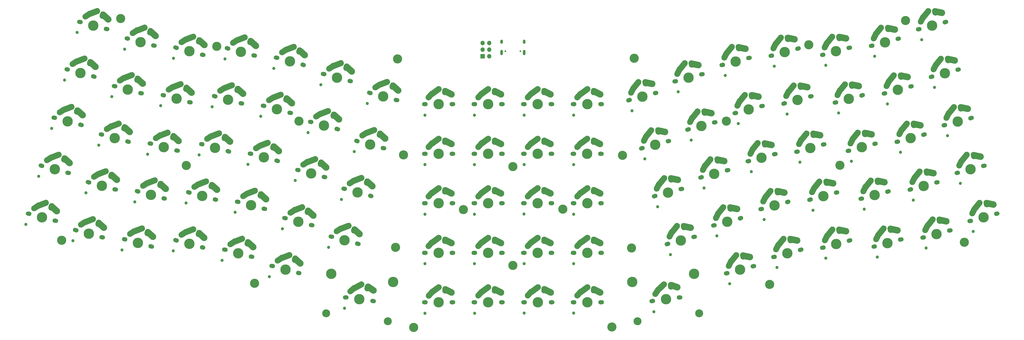
<source format=gbr>
%TF.GenerationSoftware,KiCad,Pcbnew,(5.99.0-12367-g21313a4c1a)*%
%TF.CreationDate,2021-09-16T15:19:45+01:00*%
%TF.ProjectId,superlyra,73757065-726c-4797-9261-2e6b69636164,0.1*%
%TF.SameCoordinates,Original*%
%TF.FileFunction,Soldermask,Bot*%
%TF.FilePolarity,Negative*%
%FSLAX46Y46*%
G04 Gerber Fmt 4.6, Leading zero omitted, Abs format (unit mm)*
G04 Created by KiCad (PCBNEW (5.99.0-12367-g21313a4c1a)) date 2021-09-16 15:19:45*
%MOMM*%
%LPD*%
G01*
G04 APERTURE LIST*
G04 Aperture macros list*
%AMHorizOval*
0 Thick line with rounded ends*
0 $1 width*
0 $2 $3 position (X,Y) of the first rounded end (center of the circle)*
0 $4 $5 position (X,Y) of the second rounded end (center of the circle)*
0 Add line between two ends*
20,1,$1,$2,$3,$4,$5,0*
0 Add two circle primitives to create the rounded ends*
1,1,$1,$2,$3*
1,1,$1,$4,$5*%
G04 Aperture macros list end*
%ADD10R,1.700000X1.700000*%
%ADD11O,1.700000X1.700000*%
%ADD12C,3.987800*%
%ADD13C,1.700000*%
%ADD14C,3.048000*%
%ADD15C,1.750000*%
%ADD16C,1.200000*%
%ADD17HorizOval,2.250000X0.057457X0.284954X-0.057457X-0.284954X0*%
%ADD18C,2.250000*%
%ADD19HorizOval,2.500000X1.030158X-0.708008X-1.030158X0.708008X0*%
%ADD20C,2.000000*%
%ADD21HorizOval,2.300000X1.406107X0.763454X-1.406107X-0.763454X0*%
%ADD22HorizOval,2.250000X0.744677X0.638265X-0.744677X-0.638265X0*%
%ADD23HorizOval,2.500000X1.178302X-0.417259X-1.178302X0.417259X0*%
%ADD24HorizOval,2.250000X-0.018253X0.290115X0.018253X-0.290115X0*%
%ADD25HorizOval,2.300000X1.160599X1.101367X-1.160599X-1.101367X0*%
%ADD26HorizOval,2.250000X0.554107X0.809253X-0.554107X-0.809253X0*%
%ADD27HorizOval,2.500000X0.928931X-0.836413X-0.928931X0.836413X0*%
%ADD28HorizOval,2.250000X0.094159X0.275017X-0.094159X-0.275017X0*%
%ADD29HorizOval,2.300000X1.493729X0.573389X-1.493729X-0.573389X0*%
%ADD30HorizOval,2.250000X0.821616X0.535605X-0.821616X-0.535605X0*%
%ADD31HorizOval,2.500000X1.113758X-0.567488X-1.113758X0.567488X0*%
%ADD32HorizOval,2.250000X0.019771X0.290016X-0.019771X-0.290016X0*%
%ADD33HorizOval,2.250000X0.654995X0.730004X-0.654995X-0.730004X0*%
%ADD34HorizOval,2.300000X1.294427X0.940456X-1.294427X-0.940456X0*%
%ADD35HorizOval,2.500000X1.222685X-0.259890X-1.222685X0.259890X0*%
%ADD36HorizOval,2.250000X-0.055964X0.285251X0.055964X-0.285251X0*%
%ADD37HorizOval,2.300000X1.006913X1.243434X-1.006913X-1.243434X0*%
%ADD38HorizOval,2.250000X0.443738X0.874655X-0.443738X-0.874655X0*%
%ADD39C,0.650000*%
%ADD40O,1.000000X2.100000*%
%ADD41O,1.000000X1.600000*%
%ADD42C,3.500000*%
G04 APERTURE END LIST*
D10*
%TO.C,J2*%
X198374000Y-83312000D03*
D11*
X200914000Y-83312000D03*
X198374000Y-80772000D03*
X200914000Y-80772000D03*
X198374000Y-78232000D03*
X200914000Y-78232000D03*
%TD*%
D12*
%TO.C,SW79*%
X140371625Y-166787401D03*
D13*
X156582947Y-177247894D03*
D14*
X138382406Y-181897021D03*
D12*
X151130000Y-176530000D03*
D15*
X146093460Y-175866927D03*
D16*
X145406448Y-180012722D03*
D14*
X162054143Y-185013464D03*
D15*
X156166540Y-177193073D03*
D13*
X145677053Y-175812106D03*
D12*
X164043362Y-169903844D03*
D17*
X154253437Y-172109860D03*
D18*
X154311343Y-171824997D03*
D19*
X155504171Y-172494419D03*
D20*
X156583224Y-173415140D03*
D19*
X155504171Y-172494419D03*
D21*
X150500784Y-171579519D03*
D22*
X148428809Y-172876160D03*
D21*
X150500784Y-171579519D03*
D18*
X149173493Y-172237905D03*
D20*
X151900105Y-170680475D03*
%TD*%
D16*
%TO.C,SW84*%
X263977868Y-181375415D03*
D12*
X279363375Y-166787401D03*
D14*
X257680857Y-185013464D03*
X281352594Y-181897021D03*
D15*
X273641540Y-175866927D03*
D13*
X263152053Y-177247894D03*
D15*
X263568460Y-177193073D03*
D12*
X255691638Y-169903844D03*
X268605000Y-176530000D03*
D13*
X274057947Y-175812106D03*
D18*
X270460197Y-171161924D03*
D23*
X271785639Y-171499809D03*
D20*
X273066225Y-172109879D03*
D23*
X271785639Y-171499809D03*
D24*
X270477991Y-171452068D03*
D25*
X266715946Y-171911055D03*
X266715946Y-171911055D03*
D26*
X265050166Y-173699782D03*
D18*
X265604283Y-172890536D03*
D20*
X267834895Y-170680475D03*
%TD*%
D15*
%TO.C,SW1*%
X54075933Y-72808264D03*
D16*
X43039857Y-74199316D03*
D15*
X44262127Y-70178662D03*
D13*
X43856438Y-70069958D03*
X54481622Y-72916968D03*
D12*
X49169030Y-71493463D03*
D27*
X53966788Y-68308696D03*
D18*
X52937282Y-67243960D03*
D20*
X54982172Y-69117040D03*
D27*
X53966788Y-68308696D03*
D28*
X52842689Y-67518827D03*
D29*
X49191365Y-66503205D03*
X49191365Y-66503205D03*
D18*
X47789492Y-66982712D03*
D30*
X46967869Y-67518306D03*
D20*
X50696062Y-65794501D03*
%TD*%
D15*
%TO.C,SW2*%
X72233932Y-79163835D03*
D16*
X61197856Y-80554887D03*
D12*
X67327029Y-77849034D03*
D15*
X62420126Y-76534233D03*
D13*
X72639621Y-79272539D03*
X62014437Y-76425529D03*
D27*
X72124787Y-74664267D03*
D20*
X73140171Y-75472611D03*
D27*
X72124787Y-74664267D03*
D28*
X71000688Y-73874398D03*
D18*
X71095281Y-73599531D03*
D29*
X67349364Y-72858776D03*
D18*
X65947491Y-73338283D03*
D29*
X67349364Y-72858776D03*
D30*
X65125868Y-73873877D03*
D20*
X68854061Y-72150072D03*
%TD*%
D16*
%TO.C,SW3*%
X79894380Y-84064145D03*
D12*
X86023553Y-81358292D03*
D15*
X90930456Y-82673093D03*
D13*
X80710961Y-79934787D03*
X91336145Y-82781797D03*
D15*
X81116650Y-80043491D03*
D27*
X90821311Y-78173525D03*
X90821311Y-78173525D03*
D18*
X89791805Y-77108789D03*
D28*
X89697212Y-77383656D03*
D20*
X91836695Y-78981869D03*
D29*
X86045888Y-76368034D03*
D18*
X84644015Y-76847541D03*
D29*
X86045888Y-76368034D03*
D30*
X83822392Y-77383135D03*
D20*
X87550585Y-75659330D03*
%TD*%
D13*
%TO.C,SW4*%
X100422124Y-80203996D03*
D15*
X100827813Y-80312700D03*
X110641619Y-82942302D03*
D12*
X105734716Y-81627501D03*
D13*
X111047308Y-83051006D03*
D16*
X99605543Y-84333354D03*
D27*
X110532474Y-78442734D03*
D28*
X109408375Y-77652865D03*
D20*
X111547858Y-79251078D03*
D27*
X110532474Y-78442734D03*
D18*
X109502968Y-77377998D03*
D29*
X105757051Y-76637243D03*
D20*
X107261748Y-75928539D03*
D18*
X104355178Y-77116750D03*
D30*
X103533555Y-77652344D03*
D29*
X105757051Y-76637243D03*
%TD*%
D13*
%TO.C,SW5*%
X119194668Y-83809695D03*
D16*
X118378087Y-87939053D03*
D13*
X129819852Y-86656705D03*
D12*
X124507260Y-85233200D03*
D15*
X129414163Y-86548001D03*
X119600357Y-83918399D03*
D18*
X128275512Y-80983697D03*
D27*
X129305018Y-82048433D03*
X129305018Y-82048433D03*
D28*
X128180919Y-81258564D03*
D20*
X130320402Y-82856777D03*
D18*
X123127722Y-80722449D03*
D29*
X124529595Y-80242942D03*
D20*
X126034292Y-79534238D03*
D29*
X124529595Y-80242942D03*
D30*
X122306099Y-81258043D03*
%TD*%
D13*
%TO.C,SW6*%
X147844394Y-92910124D03*
D12*
X142531802Y-91486619D03*
D15*
X137624899Y-90171818D03*
D16*
X136402629Y-94192472D03*
D13*
X137219210Y-90063114D03*
D15*
X147438705Y-92801420D03*
D20*
X148344944Y-89110196D03*
D27*
X147329560Y-88301852D03*
D28*
X146205461Y-87511983D03*
D27*
X147329560Y-88301852D03*
D18*
X146300054Y-87237116D03*
D30*
X140330641Y-87511462D03*
D20*
X144058834Y-85787657D03*
D29*
X142554137Y-86496361D03*
X142554137Y-86496361D03*
D18*
X141152264Y-86975868D03*
%TD*%
D13*
%TO.C,SW7*%
X165584699Y-100158943D03*
D16*
X154142934Y-101441291D03*
D12*
X160272107Y-98735438D03*
D15*
X155365204Y-97420637D03*
X165179010Y-100050239D03*
D13*
X154959515Y-97311933D03*
D18*
X164040359Y-94485935D03*
D27*
X165069865Y-95550671D03*
X165069865Y-95550671D03*
D20*
X166085249Y-96359015D03*
D28*
X163945766Y-94760802D03*
D20*
X161799139Y-93036476D03*
D30*
X158070946Y-94760281D03*
D29*
X160294442Y-93745180D03*
D18*
X158892569Y-94224687D03*
D29*
X160294442Y-93745180D03*
%TD*%
D13*
%TO.C,SW8*%
X175980027Y-101668860D03*
D15*
X186560027Y-101668860D03*
D16*
X176260027Y-105868860D03*
D15*
X176400027Y-101668860D03*
D13*
X186980027Y-101668860D03*
D12*
X181480027Y-101668860D03*
D31*
X185290027Y-97350860D03*
D32*
X183999798Y-96878844D03*
D18*
X184020027Y-96588860D03*
D31*
X185290027Y-97350860D03*
D20*
X186480027Y-97868860D03*
X181480027Y-95768860D03*
D33*
X178325022Y-98398856D03*
D34*
X180210027Y-96842860D03*
D18*
X178980027Y-97668860D03*
D34*
X180210027Y-96842860D03*
%TD*%
D12*
%TO.C,SW9*%
X200463938Y-101669622D03*
D16*
X195243938Y-105869622D03*
D15*
X195383938Y-101669622D03*
D13*
X205963938Y-101669622D03*
D15*
X205543938Y-101669622D03*
D13*
X194963938Y-101669622D03*
D18*
X203003938Y-96589622D03*
D31*
X204273938Y-97351622D03*
D32*
X202983709Y-96879606D03*
D31*
X204273938Y-97351622D03*
D20*
X205463938Y-97869622D03*
D33*
X197308933Y-98399618D03*
D34*
X199193938Y-96843622D03*
D20*
X200463938Y-95769622D03*
D18*
X197963938Y-97669622D03*
D34*
X199193938Y-96843622D03*
%TD*%
D15*
%TO.C,SW10*%
X224548099Y-101669850D03*
X214388099Y-101669850D03*
D13*
X213968099Y-101669850D03*
D16*
X214248099Y-105869850D03*
D12*
X219468099Y-101669850D03*
D13*
X224968099Y-101669850D03*
D18*
X222008099Y-96589850D03*
D20*
X224468099Y-97869850D03*
D31*
X223278099Y-97351850D03*
X223278099Y-97351850D03*
D32*
X221987870Y-96879834D03*
D34*
X218198099Y-96843850D03*
D18*
X216968099Y-97669850D03*
D33*
X216313094Y-98399846D03*
D20*
X219468099Y-95769850D03*
D34*
X218198099Y-96843850D03*
%TD*%
D15*
%TO.C,SW11*%
X243536946Y-101669702D03*
D16*
X233236946Y-105869702D03*
D13*
X232956946Y-101669702D03*
D12*
X238456946Y-101669702D03*
D15*
X233376946Y-101669702D03*
D13*
X243956946Y-101669702D03*
D31*
X242266946Y-97351702D03*
D18*
X240996946Y-96589702D03*
D31*
X242266946Y-97351702D03*
D20*
X243456946Y-97869702D03*
D32*
X240976717Y-96879686D03*
D33*
X235301941Y-98399698D03*
D34*
X237186946Y-96843702D03*
D18*
X235956946Y-97669702D03*
D20*
X238456946Y-95769702D03*
D34*
X237186946Y-96843702D03*
%TD*%
D13*
%TO.C,SW12*%
X264855515Y-97355110D03*
X254230331Y-100202120D03*
D12*
X259542923Y-98778615D03*
D16*
X255587830Y-104186539D03*
D15*
X264449826Y-97463814D03*
X254636020Y-100093416D03*
D20*
X263389040Y-93814002D03*
D35*
X262105520Y-93621647D03*
D18*
X260681574Y-93214311D03*
D35*
X262105520Y-93621647D03*
D36*
X260737088Y-93499650D03*
D18*
X256092832Y-95561959D03*
D37*
X257067136Y-94445757D03*
D20*
X258015891Y-93079653D03*
D38*
X255649083Y-96436609D03*
D37*
X257067136Y-94445757D03*
%TD*%
D16*
%TO.C,SW13*%
X273307922Y-96958937D03*
D12*
X277263015Y-91551013D03*
D15*
X282169918Y-90236212D03*
D13*
X282575607Y-90127508D03*
D15*
X272356112Y-92865814D03*
D13*
X271950423Y-92974518D03*
D18*
X278401666Y-85986709D03*
D20*
X281109132Y-86586400D03*
D36*
X278457180Y-86272048D03*
D35*
X279825612Y-86394045D03*
X279825612Y-86394045D03*
D20*
X275735983Y-85852051D03*
D18*
X273812924Y-88334357D03*
D38*
X273369175Y-89209007D03*
D37*
X274787228Y-87218155D03*
X274787228Y-87218155D03*
%TD*%
D13*
%TO.C,SW14*%
X300611615Y-83874893D03*
X289986431Y-86721903D03*
D16*
X291343930Y-90706322D03*
D12*
X295299023Y-85298398D03*
D15*
X300205926Y-83983597D03*
X290392120Y-86613199D03*
D35*
X297861620Y-80141430D03*
D36*
X296493188Y-80019433D03*
D20*
X299145140Y-80333785D03*
D18*
X296437674Y-79734094D03*
D35*
X297861620Y-80141430D03*
D37*
X292823236Y-80965540D03*
D38*
X291405183Y-82956392D03*
D20*
X293771991Y-79599436D03*
D37*
X292823236Y-80965540D03*
D18*
X291848932Y-82081742D03*
%TD*%
D12*
%TO.C,SW15*%
X314083964Y-81715986D03*
D15*
X309177061Y-83030787D03*
D13*
X308771372Y-83139491D03*
D16*
X310128871Y-87123910D03*
D15*
X318990867Y-80401185D03*
D13*
X319396556Y-80292481D03*
D20*
X317930081Y-76751373D03*
D36*
X315278129Y-76437021D03*
D35*
X316646561Y-76559018D03*
X316646561Y-76559018D03*
D18*
X315222615Y-76151682D03*
D38*
X310190124Y-79373980D03*
D37*
X311608177Y-77383128D03*
X311608177Y-77383128D03*
D18*
X310633873Y-78499330D03*
D20*
X312556932Y-76017024D03*
%TD*%
D13*
%TO.C,SW16*%
X339095382Y-79960634D03*
X328470198Y-82807644D03*
D12*
X333782790Y-81384139D03*
D15*
X328875887Y-82698940D03*
X338689693Y-80069338D03*
D16*
X329827697Y-86792063D03*
D36*
X334976955Y-76105174D03*
D20*
X337628907Y-76419526D03*
D35*
X336345387Y-76227171D03*
X336345387Y-76227171D03*
D18*
X334921441Y-75819835D03*
D20*
X332255758Y-75685177D03*
D37*
X331307003Y-77051281D03*
D18*
X330332699Y-78167483D03*
D37*
X331307003Y-77051281D03*
D38*
X329888950Y-79042133D03*
%TD*%
D15*
%TO.C,SW17*%
X347610863Y-79246791D03*
D16*
X348562673Y-83339914D03*
D15*
X357424669Y-76617189D03*
D12*
X352517766Y-77931990D03*
D13*
X357830358Y-76508485D03*
X347205174Y-79355495D03*
D35*
X355080363Y-72775022D03*
D20*
X356363883Y-72967377D03*
D35*
X355080363Y-72775022D03*
D36*
X353711931Y-72653025D03*
D18*
X353656417Y-72367686D03*
D20*
X350990734Y-72233028D03*
D37*
X350041979Y-73599132D03*
D38*
X348623926Y-75589984D03*
D18*
X349067675Y-74715334D03*
D37*
X350041979Y-73599132D03*
%TD*%
D13*
%TO.C,SW18*%
X375892053Y-70116196D03*
D12*
X370579461Y-71539701D03*
D15*
X375486364Y-70224900D03*
D13*
X365266869Y-72963206D03*
D15*
X365672558Y-72854502D03*
D16*
X366624368Y-76947625D03*
D35*
X373142058Y-66382733D03*
X373142058Y-66382733D03*
D18*
X371718112Y-65975397D03*
D36*
X371773626Y-66260736D03*
D20*
X374425578Y-66575088D03*
X369052429Y-65840739D03*
D38*
X366685621Y-69197695D03*
D37*
X368103674Y-67206843D03*
X368103674Y-67206843D03*
D18*
X367129370Y-68323045D03*
%TD*%
D13*
%TO.C,SW19*%
X38987901Y-88298939D03*
D15*
X39393590Y-88407643D03*
D13*
X49613085Y-91145949D03*
D16*
X38171320Y-92428297D03*
D15*
X49207396Y-91037245D03*
D12*
X44300493Y-89722444D03*
D20*
X50113635Y-87346021D03*
D27*
X49098251Y-86537677D03*
D18*
X48068745Y-85472941D03*
D27*
X49098251Y-86537677D03*
D28*
X47974152Y-85747808D03*
D18*
X42920955Y-85211693D03*
D29*
X44322828Y-84732186D03*
X44322828Y-84732186D03*
D20*
X45827525Y-84023482D03*
D30*
X42099332Y-85747287D03*
%TD*%
D12*
%TO.C,SW20*%
X62430262Y-96115170D03*
D15*
X57523359Y-94800369D03*
D13*
X57117670Y-94691665D03*
D16*
X56301089Y-98821023D03*
D15*
X67337165Y-97429971D03*
D13*
X67742854Y-97538675D03*
D27*
X67228020Y-92930403D03*
D18*
X66198514Y-91865667D03*
D28*
X66103921Y-92140534D03*
D27*
X67228020Y-92930403D03*
D20*
X68243404Y-93738747D03*
D29*
X62452597Y-91124912D03*
X62452597Y-91124912D03*
D30*
X60229101Y-92140013D03*
D18*
X61050724Y-91604419D03*
D20*
X63957294Y-90416208D03*
%TD*%
D13*
%TO.C,SW21*%
X75818579Y-98161670D03*
D15*
X86038074Y-100899976D03*
D12*
X81131171Y-99585175D03*
D15*
X76224268Y-98270374D03*
D13*
X86443763Y-101008680D03*
D16*
X75001998Y-102291028D03*
D18*
X84899423Y-95335672D03*
D20*
X86944313Y-97208752D03*
D27*
X85928929Y-96400408D03*
X85928929Y-96400408D03*
D28*
X84804830Y-95610539D03*
D18*
X79751633Y-95074424D03*
D30*
X78930010Y-95610018D03*
D29*
X81153506Y-94594917D03*
D20*
X82658203Y-93886213D03*
D29*
X81153506Y-94594917D03*
%TD*%
D13*
%TO.C,SW22*%
X106133976Y-101420055D03*
D15*
X105728287Y-101311351D03*
X95914481Y-98681749D03*
D12*
X100821384Y-99996550D03*
D16*
X94692211Y-102702403D03*
D13*
X95508792Y-98573045D03*
D27*
X105619142Y-96811783D03*
D20*
X106634526Y-97620127D03*
D18*
X104589636Y-95747047D03*
D27*
X105619142Y-96811783D03*
D28*
X104495043Y-96021914D03*
D18*
X99441846Y-95485799D03*
D29*
X100843719Y-95006292D03*
D20*
X102348416Y-94297588D03*
D29*
X100843719Y-95006292D03*
D30*
X98620223Y-96021393D03*
%TD*%
D15*
%TO.C,SW23*%
X124432456Y-104965212D03*
X114618650Y-102335610D03*
D16*
X113396380Y-106356264D03*
D13*
X114212961Y-102226906D03*
D12*
X119525553Y-103650411D03*
D13*
X124838145Y-105073916D03*
D27*
X124323311Y-100465644D03*
D18*
X123293805Y-99400908D03*
D27*
X124323311Y-100465644D03*
D20*
X125338695Y-101273988D03*
D28*
X123199212Y-99675775D03*
D30*
X117324392Y-99675254D03*
D29*
X119547888Y-98660153D03*
D20*
X121052585Y-97951449D03*
D29*
X119547888Y-98660153D03*
D18*
X118146015Y-99139660D03*
%TD*%
D15*
%TO.C,SW24*%
X132694801Y-108568105D03*
D16*
X131472531Y-112588759D03*
D15*
X142508607Y-111197707D03*
D13*
X132289112Y-108459401D03*
D12*
X137601704Y-109882906D03*
D13*
X142914296Y-111306411D03*
D27*
X142399462Y-106698139D03*
D18*
X141369956Y-105633403D03*
D28*
X141275363Y-105908270D03*
D27*
X142399462Y-106698139D03*
D20*
X143414846Y-107506483D03*
D30*
X135400543Y-105907749D03*
D29*
X137624039Y-104892648D03*
D20*
X139128736Y-104183944D03*
D18*
X136222166Y-105372155D03*
D29*
X137624039Y-104892648D03*
%TD*%
D13*
%TO.C,SW25*%
X160607546Y-118604285D03*
D16*
X149165781Y-119886633D03*
D15*
X150388051Y-115865979D03*
D13*
X149982362Y-115757275D03*
D12*
X155294954Y-117180780D03*
D15*
X160201857Y-118495581D03*
D27*
X160092712Y-113996013D03*
D18*
X159063206Y-112931277D03*
D28*
X158968613Y-113206144D03*
D20*
X161108096Y-114804357D03*
D27*
X160092712Y-113996013D03*
D29*
X155317289Y-112190522D03*
D18*
X153915416Y-112670029D03*
D29*
X155317289Y-112190522D03*
D30*
X153093793Y-113205623D03*
D20*
X156821986Y-111481818D03*
%TD*%
D13*
%TO.C,SW26*%
X175982461Y-120687059D03*
D12*
X181482461Y-120687059D03*
D15*
X186562461Y-120687059D03*
X176402461Y-120687059D03*
D16*
X176262461Y-124887059D03*
D13*
X186982461Y-120687059D03*
D18*
X184022461Y-115607059D03*
D31*
X185292461Y-116369059D03*
X185292461Y-116369059D03*
D20*
X186482461Y-116887059D03*
D32*
X184002232Y-115897043D03*
D18*
X178982461Y-116687059D03*
D20*
X181482461Y-114787059D03*
D34*
X180212461Y-115861059D03*
X180212461Y-115861059D03*
D33*
X178327456Y-117417055D03*
%TD*%
D16*
%TO.C,SW27*%
X195249234Y-124888156D03*
D13*
X205969234Y-120688156D03*
X194969234Y-120688156D03*
D15*
X195389234Y-120688156D03*
D12*
X200469234Y-120688156D03*
D15*
X205549234Y-120688156D03*
D31*
X204279234Y-116370156D03*
D32*
X202989005Y-115898140D03*
D20*
X205469234Y-116888156D03*
D18*
X203009234Y-115608156D03*
D31*
X204279234Y-116370156D03*
D20*
X200469234Y-114788156D03*
D33*
X197314229Y-117418152D03*
D34*
X199199234Y-115862156D03*
D18*
X197969234Y-116688156D03*
D34*
X199199234Y-115862156D03*
%TD*%
D15*
%TO.C,SW28*%
X214379244Y-120688139D03*
D13*
X213959244Y-120688139D03*
D16*
X214239244Y-124888139D03*
D12*
X219459244Y-120688139D03*
D13*
X224959244Y-120688139D03*
D15*
X224539244Y-120688139D03*
D18*
X221999244Y-115608139D03*
D20*
X224459244Y-116888139D03*
D31*
X223269244Y-116370139D03*
X223269244Y-116370139D03*
D32*
X221979015Y-115898123D03*
D34*
X218189244Y-115862139D03*
D18*
X216959244Y-116688139D03*
D20*
X219459244Y-114788139D03*
D34*
X218189244Y-115862139D03*
D33*
X216304239Y-117418135D03*
%TD*%
D12*
%TO.C,SW29*%
X238440303Y-120688345D03*
D16*
X233220303Y-124888345D03*
D15*
X243520303Y-120688345D03*
D13*
X232940303Y-120688345D03*
X243940303Y-120688345D03*
D15*
X233360303Y-120688345D03*
D20*
X243440303Y-116888345D03*
D18*
X240980303Y-115608345D03*
D31*
X242250303Y-116370345D03*
X242250303Y-116370345D03*
D32*
X240960074Y-115898329D03*
D34*
X237170303Y-115862345D03*
X237170303Y-115862345D03*
D20*
X238440303Y-114788345D03*
D18*
X235940303Y-116688345D03*
D33*
X235285298Y-117418341D03*
%TD*%
D13*
%TO.C,SW30*%
X259139704Y-118673038D03*
D15*
X259545393Y-118564334D03*
D12*
X264452296Y-117249533D03*
D16*
X260497203Y-122657457D03*
D15*
X269359199Y-115934732D03*
D13*
X269764888Y-115826028D03*
D36*
X265646461Y-111970568D03*
D20*
X268298413Y-112284920D03*
D35*
X267014893Y-112092565D03*
D18*
X265590947Y-111685229D03*
D35*
X267014893Y-112092565D03*
D38*
X260558456Y-114907527D03*
D37*
X261976509Y-112916675D03*
D18*
X261002205Y-114032877D03*
D37*
X261976509Y-112916675D03*
D20*
X262925264Y-111550571D03*
%TD*%
D13*
%TO.C,SW31*%
X287517001Y-108610731D03*
D12*
X282204409Y-110034236D03*
D13*
X276891817Y-111457741D03*
D16*
X278249316Y-115442160D03*
D15*
X287111312Y-108719435D03*
X277297506Y-111349037D03*
D36*
X283398574Y-104755271D03*
D35*
X284767006Y-104877268D03*
D18*
X283343060Y-104469932D03*
D35*
X284767006Y-104877268D03*
D20*
X286050526Y-105069623D03*
D18*
X278754318Y-106817580D03*
D37*
X279728622Y-105701378D03*
X279728622Y-105701378D03*
D38*
X278310569Y-107692230D03*
D20*
X280677377Y-104335274D03*
%TD*%
D13*
%TO.C,SW32*%
X294999323Y-105159717D03*
D16*
X296356822Y-109144136D03*
D15*
X305218818Y-102421411D03*
X295405012Y-105051013D03*
D12*
X300311915Y-103736212D03*
D13*
X305624507Y-102312707D03*
D18*
X301450566Y-98171908D03*
D36*
X301506080Y-98457247D03*
D35*
X302874512Y-98579244D03*
D20*
X304158032Y-98771599D03*
D35*
X302874512Y-98579244D03*
D38*
X296418075Y-101394206D03*
D20*
X298784883Y-98037250D03*
D18*
X296861824Y-100519556D03*
D37*
X297836128Y-99403354D03*
X297836128Y-99403354D03*
%TD*%
D13*
%TO.C,SW33*%
X313692131Y-101484283D03*
D15*
X314097820Y-101375579D03*
D16*
X315049630Y-105468702D03*
D13*
X324317315Y-98637273D03*
D12*
X319004723Y-100060778D03*
D15*
X323911626Y-98745977D03*
D18*
X320143374Y-94496474D03*
D35*
X321567320Y-94903810D03*
D36*
X320198888Y-94781813D03*
D35*
X321567320Y-94903810D03*
D20*
X322850840Y-95096165D03*
D37*
X316528936Y-95727920D03*
D18*
X315554632Y-96844122D03*
D20*
X317477691Y-94361816D03*
D38*
X315110883Y-97718772D03*
D37*
X316528936Y-95727920D03*
%TD*%
D12*
%TO.C,SW34*%
X338677427Y-99665571D03*
D13*
X343990019Y-98242066D03*
D15*
X333770524Y-100980372D03*
X343584330Y-98350770D03*
D13*
X333364835Y-101089076D03*
D16*
X334722334Y-105073495D03*
D20*
X342523544Y-94700958D03*
D35*
X341240024Y-94508603D03*
D36*
X339871592Y-94386606D03*
D18*
X339816078Y-94101267D03*
D35*
X341240024Y-94508603D03*
D38*
X334783587Y-97323565D03*
D18*
X335227336Y-96448915D03*
D37*
X336201640Y-95332713D03*
X336201640Y-95332713D03*
D20*
X337150395Y-93966609D03*
%TD*%
D12*
%TO.C,SW35*%
X357425807Y-96201247D03*
D15*
X352518904Y-97516048D03*
X362332710Y-94886446D03*
D16*
X353470714Y-101609171D03*
D13*
X362738399Y-94777742D03*
X352113215Y-97624752D03*
D18*
X358564458Y-90636943D03*
D36*
X358619972Y-90922282D03*
D20*
X361271924Y-91236634D03*
D35*
X359988404Y-91044279D03*
X359988404Y-91044279D03*
D18*
X353975716Y-92984591D03*
D38*
X353531967Y-93859241D03*
D37*
X354950020Y-91868389D03*
D20*
X355898775Y-90502285D03*
D37*
X354950020Y-91868389D03*
%TD*%
D13*
%TO.C,SW36*%
X380770215Y-88387067D03*
X370145031Y-91234077D03*
D15*
X370550720Y-91125373D03*
D12*
X375457623Y-89810572D03*
D16*
X371502530Y-95218496D03*
D15*
X380364526Y-88495771D03*
D35*
X378020220Y-84653604D03*
D36*
X376651788Y-84531607D03*
D35*
X378020220Y-84653604D03*
D20*
X379303740Y-84845959D03*
D18*
X376596274Y-84246268D03*
D37*
X372981836Y-85477714D03*
D38*
X371563783Y-87468566D03*
D18*
X372007532Y-86593916D03*
D20*
X373930591Y-84111610D03*
D37*
X372981836Y-85477714D03*
%TD*%
D13*
%TO.C,SW37*%
X34056395Y-106846303D03*
D15*
X34462084Y-106955007D03*
D16*
X33239814Y-110975661D03*
D15*
X44275890Y-109584609D03*
D13*
X44681579Y-109693313D03*
D12*
X39368987Y-108269808D03*
D27*
X44166745Y-105085041D03*
D28*
X43042646Y-104295172D03*
D20*
X45182129Y-105893385D03*
D18*
X43137239Y-104020305D03*
D27*
X44166745Y-105085041D03*
D30*
X37167826Y-104294651D03*
D18*
X37989449Y-103759057D03*
D29*
X39391322Y-103279550D03*
D20*
X40896019Y-102570846D03*
D29*
X39391322Y-103279550D03*
%TD*%
D15*
%TO.C,SW38*%
X62326470Y-116002356D03*
D13*
X52106975Y-113264050D03*
D16*
X51290394Y-117393408D03*
D13*
X62732159Y-116111060D03*
D12*
X57419567Y-114687555D03*
D15*
X52512664Y-113372754D03*
D20*
X63232709Y-112311132D03*
D27*
X62217325Y-111502788D03*
D28*
X61093226Y-110712919D03*
D27*
X62217325Y-111502788D03*
D18*
X61187819Y-110438052D03*
D29*
X57441902Y-109697297D03*
D20*
X58946599Y-108988593D03*
D18*
X56040029Y-110176804D03*
D29*
X57441902Y-109697297D03*
D30*
X55218406Y-110712398D03*
%TD*%
D13*
%TO.C,SW39*%
X70856690Y-116722305D03*
X81481874Y-119569315D03*
D16*
X70040109Y-120851663D03*
D15*
X71262379Y-116831009D03*
D12*
X76169282Y-118145810D03*
D15*
X81076185Y-119460611D03*
D27*
X80967040Y-114961043D03*
D20*
X81982424Y-115769387D03*
D18*
X79937534Y-113896307D03*
D28*
X79842941Y-114171174D03*
D27*
X80967040Y-114961043D03*
D29*
X76191617Y-113155552D03*
D30*
X73968121Y-114170653D03*
D29*
X76191617Y-113155552D03*
D18*
X74789744Y-113635059D03*
D20*
X77696314Y-112446848D03*
%TD*%
D12*
%TO.C,SW40*%
X95867582Y-118435457D03*
D13*
X90554990Y-117011952D03*
D16*
X89738409Y-121141310D03*
D15*
X90960679Y-117120656D03*
D13*
X101180174Y-119858962D03*
D15*
X100774485Y-119750258D03*
D20*
X101680724Y-116059034D03*
D28*
X99541241Y-114460821D03*
D27*
X100665340Y-115250690D03*
D18*
X99635834Y-114185954D03*
D27*
X100665340Y-115250690D03*
D30*
X93666421Y-114460300D03*
D20*
X97394614Y-112736495D03*
D18*
X94488044Y-113924706D03*
D29*
X95889917Y-113445199D03*
X95889917Y-113445199D03*
%TD*%
D13*
%TO.C,SW41*%
X109235410Y-120646390D03*
D12*
X114548002Y-122069895D03*
D13*
X119860594Y-123493400D03*
D16*
X108418829Y-124775748D03*
D15*
X119454905Y-123384696D03*
X109641099Y-120755094D03*
D27*
X119345760Y-118885128D03*
D28*
X118221661Y-118095259D03*
D27*
X119345760Y-118885128D03*
D18*
X118316254Y-117820392D03*
D20*
X120361144Y-119693472D03*
D29*
X114570337Y-117079637D03*
D18*
X113168464Y-117559144D03*
D20*
X116075034Y-116370933D03*
D29*
X114570337Y-117079637D03*
D30*
X112346841Y-118094738D03*
%TD*%
D15*
%TO.C,SW42*%
X127791737Y-126985791D03*
D12*
X132698640Y-128300592D03*
D15*
X137605543Y-129615393D03*
D16*
X126569467Y-131006445D03*
D13*
X138011232Y-129724097D03*
X127386048Y-126877087D03*
D28*
X136372299Y-124325956D03*
D27*
X137496398Y-125115825D03*
D20*
X138511782Y-125924169D03*
D27*
X137496398Y-125115825D03*
D18*
X136466892Y-124051089D03*
D29*
X132720975Y-123310334D03*
X132720975Y-123310334D03*
D30*
X130497479Y-124325435D03*
D20*
X134225672Y-122601630D03*
D18*
X131319102Y-123789841D03*
%TD*%
D13*
%TO.C,SW43*%
X145100389Y-134107526D03*
D12*
X150412981Y-135531031D03*
D15*
X145506078Y-134216230D03*
D16*
X144283808Y-138236884D03*
D13*
X155725573Y-136954536D03*
D15*
X155319884Y-136845832D03*
D18*
X154181233Y-131281528D03*
D27*
X155210739Y-132346264D03*
D20*
X156226123Y-133154608D03*
D27*
X155210739Y-132346264D03*
D28*
X154086640Y-131556395D03*
D29*
X150435316Y-130540773D03*
D30*
X148211820Y-131555874D03*
D20*
X151940013Y-129832069D03*
D29*
X150435316Y-130540773D03*
D18*
X149033443Y-131020280D03*
%TD*%
D13*
%TO.C,SW44*%
X175979982Y-139697890D03*
D16*
X176259982Y-143897890D03*
D15*
X186559982Y-139697890D03*
X176399982Y-139697890D03*
D13*
X186979982Y-139697890D03*
D12*
X181479982Y-139697890D03*
D18*
X184019982Y-134617890D03*
D31*
X185289982Y-135379890D03*
X185289982Y-135379890D03*
D20*
X186479982Y-135897890D03*
D32*
X183999753Y-134907874D03*
D34*
X180209982Y-134871890D03*
D33*
X178324977Y-136427886D03*
D18*
X178979982Y-135697890D03*
D34*
X180209982Y-134871890D03*
D20*
X181479982Y-133797890D03*
%TD*%
D15*
%TO.C,SW45*%
X195401210Y-139689145D03*
D12*
X200481210Y-139689145D03*
D13*
X194981210Y-139689145D03*
D15*
X205561210Y-139689145D03*
D13*
X205981210Y-139689145D03*
D16*
X195261210Y-143889145D03*
D32*
X203000981Y-134899129D03*
D31*
X204291210Y-135371145D03*
D20*
X205481210Y-135889145D03*
D31*
X204291210Y-135371145D03*
D18*
X203021210Y-134609145D03*
D34*
X199211210Y-134863145D03*
X199211210Y-134863145D03*
D18*
X197981210Y-135689145D03*
D20*
X200481210Y-133789145D03*
D33*
X197326205Y-136419141D03*
%TD*%
D13*
%TO.C,SW46*%
X224957600Y-139677803D03*
D15*
X214377600Y-139677803D03*
D16*
X214237600Y-143877803D03*
D15*
X224537600Y-139677803D03*
D12*
X219457600Y-139677803D03*
D13*
X213957600Y-139677803D03*
D18*
X221997600Y-134597803D03*
D31*
X223267600Y-135359803D03*
D32*
X221977371Y-134887787D03*
D20*
X224457600Y-135877803D03*
D31*
X223267600Y-135359803D03*
D18*
X216957600Y-135677803D03*
D34*
X218187600Y-134851803D03*
X218187600Y-134851803D03*
D20*
X219457600Y-133777803D03*
D33*
X216302595Y-136407799D03*
%TD*%
D12*
%TO.C,SW47*%
X238454704Y-139684832D03*
D15*
X243534704Y-139684832D03*
D16*
X233234704Y-143884832D03*
D13*
X243954704Y-139684832D03*
D15*
X233374704Y-139684832D03*
D13*
X232954704Y-139684832D03*
D20*
X243454704Y-135884832D03*
D31*
X242264704Y-135366832D03*
X242264704Y-135366832D03*
D32*
X240974475Y-134894816D03*
D18*
X240994704Y-134604832D03*
D34*
X237184704Y-134858832D03*
D18*
X235954704Y-135684832D03*
D20*
X238454704Y-133784832D03*
D34*
X237184704Y-134858832D03*
D33*
X235299699Y-136414828D03*
%TD*%
D16*
%TO.C,SW48*%
X265425119Y-141025350D03*
D15*
X274287115Y-134302625D03*
D13*
X264067620Y-137040931D03*
D12*
X269380212Y-135617426D03*
D13*
X274692804Y-134193921D03*
D15*
X264473309Y-136932227D03*
D18*
X270518863Y-130053122D03*
D20*
X273226329Y-130652813D03*
D36*
X270574377Y-130338461D03*
D35*
X271942809Y-130460458D03*
X271942809Y-130460458D03*
D38*
X265486372Y-133275420D03*
D18*
X265930121Y-132400770D03*
D20*
X267853180Y-129918464D03*
D37*
X266904425Y-131284568D03*
X266904425Y-131284568D03*
%TD*%
D13*
%TO.C,SW49*%
X281821864Y-129827357D03*
X292447048Y-126980347D03*
D12*
X287134456Y-128403852D03*
D16*
X283179363Y-133811776D03*
D15*
X292041359Y-127089051D03*
X282227553Y-129718653D03*
D20*
X290980573Y-123439239D03*
D18*
X288273107Y-122839548D03*
D35*
X289697053Y-123246884D03*
X289697053Y-123246884D03*
D36*
X288328621Y-123124887D03*
D37*
X284658669Y-124070994D03*
D18*
X283684365Y-125187196D03*
D20*
X285607424Y-122704890D03*
D38*
X283240616Y-126061846D03*
D37*
X284658669Y-124070994D03*
%TD*%
D13*
%TO.C,SW50*%
X310567469Y-120790605D03*
D15*
X310161780Y-120899309D03*
D13*
X299942285Y-123637615D03*
D12*
X305254877Y-122214110D03*
D15*
X300347974Y-123528911D03*
D16*
X301299784Y-127622034D03*
D20*
X309100994Y-117249497D03*
D18*
X306393528Y-116649806D03*
D35*
X307817474Y-117057142D03*
X307817474Y-117057142D03*
D36*
X306449042Y-116935145D03*
D37*
X302779090Y-117881252D03*
D20*
X303727845Y-116515148D03*
D38*
X301361037Y-119872104D03*
D37*
X302779090Y-117881252D03*
D18*
X301804786Y-118997454D03*
%TD*%
D15*
%TO.C,SW51*%
X328828492Y-117210213D03*
X319014686Y-119839815D03*
D12*
X323921589Y-118525014D03*
D16*
X319966496Y-123932938D03*
D13*
X329234181Y-117101509D03*
X318608997Y-119948519D03*
D35*
X326484186Y-113368046D03*
D20*
X327767706Y-113560401D03*
D18*
X325060240Y-112960710D03*
D36*
X325115754Y-113246049D03*
D35*
X326484186Y-113368046D03*
D18*
X320471498Y-115308358D03*
D37*
X321445802Y-114192156D03*
X321445802Y-114192156D03*
D20*
X322394557Y-112826052D03*
D38*
X320027749Y-116183008D03*
%TD*%
D13*
%TO.C,SW52*%
X338316417Y-119641977D03*
D16*
X339673916Y-123626396D03*
D15*
X348535912Y-116903671D03*
D12*
X343629009Y-118218472D03*
D13*
X348941601Y-116794967D03*
D15*
X338722106Y-119533273D03*
D36*
X344823174Y-112939507D03*
D18*
X344767660Y-112654168D03*
D35*
X346191606Y-113061504D03*
X346191606Y-113061504D03*
D20*
X347475126Y-113253859D03*
X342101977Y-112519510D03*
D37*
X341153222Y-113885614D03*
X341153222Y-113885614D03*
D18*
X340178918Y-115001816D03*
D38*
X339735169Y-115876466D03*
%TD*%
D15*
%TO.C,SW53*%
X357475482Y-116039785D03*
X367289288Y-113410183D03*
D12*
X362382385Y-114724984D03*
D13*
X357069793Y-116148489D03*
X367694977Y-113301479D03*
D16*
X358427292Y-120132908D03*
D20*
X366228502Y-109760371D03*
D35*
X364944982Y-109568016D03*
D18*
X363521036Y-109160680D03*
D36*
X363576550Y-109446019D03*
D35*
X364944982Y-109568016D03*
D37*
X359906598Y-110392126D03*
D38*
X358488545Y-112382978D03*
D18*
X358932294Y-111508328D03*
D20*
X360855353Y-109026022D03*
D37*
X359906598Y-110392126D03*
%TD*%
D16*
%TO.C,SW54*%
X376462274Y-113788366D03*
D15*
X385324270Y-107065641D03*
X375510464Y-109695243D03*
D12*
X380417367Y-108380442D03*
D13*
X385729959Y-106956937D03*
X375104775Y-109803947D03*
D35*
X382979964Y-103223474D03*
X382979964Y-103223474D03*
D18*
X381556018Y-102816138D03*
D20*
X384263484Y-103415829D03*
D36*
X381611532Y-103101477D03*
D20*
X378890335Y-102681480D03*
D37*
X377941580Y-104047584D03*
X377941580Y-104047584D03*
D18*
X376967276Y-105163786D03*
D38*
X376523527Y-106038436D03*
%TD*%
D13*
%TO.C,SW55*%
X39743551Y-128082367D03*
D12*
X34430959Y-126658862D03*
D16*
X28301786Y-129364715D03*
D15*
X29524056Y-125344061D03*
X39337862Y-127973663D03*
D13*
X29118367Y-125235357D03*
D27*
X39228717Y-123474095D03*
D18*
X38199211Y-122409359D03*
D28*
X38104618Y-122684226D03*
D20*
X40244101Y-124282439D03*
D27*
X39228717Y-123474095D03*
D30*
X32229798Y-122683705D03*
D29*
X34453294Y-121668604D03*
D20*
X35957991Y-120959900D03*
D18*
X33051421Y-122148111D03*
D29*
X34453294Y-121668604D03*
%TD*%
D13*
%TO.C,SW56*%
X57797753Y-134445742D03*
X47172569Y-131598732D03*
D15*
X47578258Y-131707436D03*
X57392064Y-134337038D03*
D16*
X46355988Y-135728090D03*
D12*
X52485161Y-133022237D03*
D28*
X56158820Y-129047601D03*
D20*
X58298303Y-130645814D03*
D27*
X57282919Y-129837470D03*
X57282919Y-129837470D03*
D18*
X56253413Y-128772734D03*
X51105623Y-128511486D03*
D20*
X54012193Y-127323275D03*
D29*
X52507496Y-128031979D03*
X52507496Y-128031979D03*
D30*
X50284000Y-129047080D03*
%TD*%
D13*
%TO.C,SW57*%
X65941843Y-135065034D03*
D15*
X76161338Y-137803340D03*
D16*
X65125262Y-139194392D03*
D13*
X76567027Y-137912044D03*
D12*
X71254435Y-136488539D03*
D15*
X66347532Y-135173738D03*
D18*
X75022687Y-132239036D03*
D28*
X74928094Y-132513903D03*
D20*
X77067577Y-134112116D03*
D27*
X76052193Y-133303772D03*
X76052193Y-133303772D03*
D29*
X71276770Y-131498281D03*
D20*
X72781467Y-130789577D03*
D18*
X69874897Y-131977788D03*
D30*
X69053274Y-132513382D03*
D29*
X71276770Y-131498281D03*
%TD*%
D15*
%TO.C,SW58*%
X85985267Y-135586774D03*
D13*
X85579578Y-135478070D03*
X96204762Y-138325080D03*
D16*
X84762997Y-139607428D03*
D15*
X95799073Y-138216376D03*
D12*
X90892170Y-136901575D03*
D27*
X95689928Y-133716808D03*
D28*
X94565829Y-132926939D03*
D20*
X96705312Y-134525152D03*
D18*
X94660422Y-132652072D03*
D27*
X95689928Y-133716808D03*
D29*
X90914505Y-131911317D03*
D30*
X88691009Y-132926418D03*
D20*
X92419202Y-131202613D03*
D29*
X90914505Y-131911317D03*
D18*
X89512632Y-132390824D03*
%TD*%
D15*
%TO.C,SW59*%
X114549607Y-141794056D03*
D16*
X103513531Y-143185108D03*
D13*
X104330112Y-139055750D03*
D15*
X104735801Y-139164454D03*
D12*
X109642704Y-140479255D03*
D13*
X114955296Y-141902760D03*
D18*
X113410956Y-136229752D03*
D20*
X115455846Y-138102832D03*
D27*
X114440462Y-137294488D03*
D28*
X113316363Y-136504619D03*
D27*
X114440462Y-137294488D03*
D20*
X111169736Y-134780293D03*
D29*
X109665039Y-135488997D03*
D18*
X108263166Y-135968504D03*
D30*
X107441543Y-136504098D03*
D29*
X109665039Y-135488997D03*
%TD*%
D13*
%TO.C,SW60*%
X122431183Y-145342987D03*
D12*
X127743775Y-146766492D03*
D16*
X121614602Y-149472345D03*
D13*
X133056367Y-148189997D03*
D15*
X132650678Y-148081293D03*
X122836872Y-145451691D03*
D20*
X133556917Y-144390069D03*
D18*
X131512027Y-142516989D03*
D28*
X131417434Y-142791856D03*
D27*
X132541533Y-143581725D03*
X132541533Y-143581725D03*
D30*
X125542614Y-142791335D03*
D29*
X127766110Y-141776234D03*
X127766110Y-141776234D03*
D18*
X126364237Y-142255741D03*
D20*
X129270807Y-141067530D03*
%TD*%
D16*
%TO.C,SW61*%
X139356683Y-156604204D03*
D13*
X140173264Y-152474846D03*
X150798448Y-155321856D03*
D15*
X140578953Y-152583550D03*
D12*
X145485856Y-153898351D03*
D15*
X150392759Y-155213152D03*
D27*
X150283614Y-150713584D03*
X150283614Y-150713584D03*
D18*
X149254108Y-149648848D03*
D28*
X149159515Y-149923715D03*
D20*
X151298998Y-151521928D03*
D30*
X143284695Y-149923194D03*
D18*
X144106318Y-149387600D03*
D20*
X147012888Y-148199389D03*
D29*
X145508191Y-148908093D03*
X145508191Y-148908093D03*
%TD*%
D13*
%TO.C,SW62*%
X175990210Y-158719962D03*
D15*
X186570210Y-158719962D03*
X176410210Y-158719962D03*
D13*
X186990210Y-158719962D03*
D16*
X176270210Y-162919962D03*
D12*
X181490210Y-158719962D03*
D20*
X186490210Y-154919962D03*
D31*
X185300210Y-154401962D03*
X185300210Y-154401962D03*
D18*
X184030210Y-153639962D03*
D32*
X184009981Y-153929946D03*
D34*
X180220210Y-153893962D03*
D33*
X178335205Y-155449958D03*
D18*
X178990210Y-154719962D03*
D20*
X181490210Y-152819962D03*
D34*
X180220210Y-153893962D03*
%TD*%
D15*
%TO.C,SW63*%
X195401345Y-158720277D03*
X205561345Y-158720277D03*
D13*
X205981345Y-158720277D03*
D12*
X200481345Y-158720277D03*
D16*
X195261345Y-162920277D03*
D13*
X194981345Y-158720277D03*
D31*
X204291345Y-154402277D03*
D18*
X203021345Y-153640277D03*
D20*
X205481345Y-154920277D03*
D32*
X203001116Y-153930261D03*
D31*
X204291345Y-154402277D03*
D18*
X197981345Y-154720277D03*
D20*
X200481345Y-152820277D03*
D34*
X199211345Y-153894277D03*
D33*
X197326340Y-155450273D03*
D34*
X199211345Y-153894277D03*
%TD*%
D13*
%TO.C,SW64*%
X224974685Y-158703844D03*
D12*
X219474685Y-158703844D03*
D15*
X224554685Y-158703844D03*
X214394685Y-158703844D03*
D13*
X213974685Y-158703844D03*
D16*
X214254685Y-162903844D03*
D31*
X223284685Y-154385844D03*
D20*
X224474685Y-154903844D03*
D32*
X221994456Y-153913828D03*
D31*
X223284685Y-154385844D03*
D18*
X222014685Y-153623844D03*
D20*
X219474685Y-152803844D03*
D33*
X216319680Y-155433840D03*
D34*
X218204685Y-153877844D03*
D18*
X216974685Y-154703844D03*
D34*
X218204685Y-153877844D03*
%TD*%
D15*
%TO.C,SW65*%
X233386643Y-158701118D03*
D13*
X243966643Y-158701118D03*
D16*
X233246643Y-162901118D03*
D12*
X238466643Y-158701118D03*
D15*
X243546643Y-158701118D03*
D13*
X232966643Y-158701118D03*
D18*
X241006643Y-153621118D03*
D31*
X242276643Y-154383118D03*
D32*
X240986414Y-153911102D03*
D20*
X243466643Y-154901118D03*
D31*
X242276643Y-154383118D03*
D18*
X235966643Y-154701118D03*
D33*
X235311638Y-155431114D03*
D34*
X237196643Y-153875118D03*
D20*
X238466643Y-152801118D03*
D34*
X237196643Y-153875118D03*
%TD*%
D12*
%TO.C,SW66*%
X274316445Y-153973288D03*
D13*
X269003853Y-155396793D03*
D15*
X279223348Y-152658487D03*
X269409542Y-155288089D03*
D13*
X279629037Y-152549783D03*
D16*
X270361352Y-159381212D03*
D35*
X276879042Y-148816320D03*
D20*
X278162562Y-149008675D03*
D36*
X275510610Y-148694323D03*
D35*
X276879042Y-148816320D03*
D18*
X275455096Y-148408984D03*
D37*
X271840658Y-149640430D03*
D38*
X270422605Y-151631282D03*
D37*
X271840658Y-149640430D03*
D20*
X272789413Y-148274326D03*
D18*
X270866354Y-150756632D03*
%TD*%
D13*
%TO.C,SW67*%
X286749382Y-148241269D03*
D15*
X296968877Y-145502963D03*
D13*
X297374566Y-145394259D03*
D16*
X288106881Y-152225688D03*
D15*
X287155071Y-148132565D03*
D12*
X292061974Y-146817764D03*
D35*
X294624571Y-141660796D03*
D20*
X295908091Y-141853151D03*
D35*
X294624571Y-141660796D03*
D18*
X293200625Y-141253460D03*
D36*
X293256139Y-141538799D03*
D20*
X290534942Y-141118802D03*
D38*
X288168134Y-144475758D03*
D37*
X289586187Y-142484906D03*
D18*
X288611883Y-143601108D03*
D37*
X289586187Y-142484906D03*
%TD*%
D15*
%TO.C,SW68*%
X315091101Y-139232538D03*
D12*
X310184198Y-140547339D03*
D13*
X304871606Y-141970844D03*
X315496790Y-139123834D03*
D16*
X306229105Y-145955263D03*
D15*
X305277295Y-141862140D03*
D35*
X312746795Y-135390371D03*
D20*
X314030315Y-135582726D03*
D36*
X311378363Y-135268374D03*
D18*
X311322849Y-134983035D03*
D35*
X312746795Y-135390371D03*
D38*
X306290358Y-138205333D03*
D18*
X306734107Y-137330683D03*
D37*
X307708411Y-136214481D03*
X307708411Y-136214481D03*
D20*
X308657166Y-134848377D03*
%TD*%
D13*
%TO.C,SW69*%
X323569603Y-138385456D03*
X334194787Y-135538446D03*
D16*
X324927102Y-142369875D03*
D12*
X328882195Y-136961951D03*
D15*
X333789098Y-135647150D03*
X323975292Y-138276752D03*
D35*
X331444792Y-131804983D03*
D20*
X332728312Y-131997338D03*
D36*
X330076360Y-131682986D03*
D35*
X331444792Y-131804983D03*
D18*
X330020846Y-131397647D03*
D38*
X324988355Y-134619945D03*
D37*
X326406408Y-132629093D03*
D20*
X327355163Y-131262989D03*
D37*
X326406408Y-132629093D03*
D18*
X325432104Y-133745295D03*
%TD*%
D15*
%TO.C,SW70*%
X343647265Y-137892852D03*
D16*
X344599075Y-141985975D03*
D13*
X353866760Y-135154546D03*
X343241576Y-138001556D03*
D15*
X353461071Y-135263250D03*
D12*
X348554168Y-136578051D03*
D18*
X349692819Y-131013747D03*
D20*
X352400285Y-131613438D03*
D36*
X349748333Y-131299086D03*
D35*
X351116765Y-131421083D03*
X351116765Y-131421083D03*
D38*
X344660328Y-134236045D03*
D37*
X346078381Y-132245193D03*
X346078381Y-132245193D03*
D18*
X345104077Y-133361395D03*
D20*
X347027136Y-130879089D03*
%TD*%
D15*
%TO.C,SW71*%
X362422272Y-134387296D03*
D13*
X362016583Y-134496000D03*
D16*
X363374082Y-138480419D03*
D15*
X372236078Y-131757694D03*
D13*
X372641767Y-131648990D03*
D12*
X367329175Y-133072495D03*
D36*
X368523340Y-127793530D03*
D35*
X369891772Y-127915527D03*
X369891772Y-127915527D03*
D20*
X371175292Y-128107882D03*
D18*
X368467826Y-127508191D03*
D38*
X363435335Y-130730489D03*
D20*
X365802143Y-127373533D03*
D18*
X363879084Y-129855839D03*
D37*
X364853388Y-128739637D03*
X364853388Y-128739637D03*
%TD*%
D15*
%TO.C,SW72*%
X390251625Y-125377142D03*
D12*
X385344722Y-126691943D03*
D13*
X380032130Y-128115448D03*
D15*
X380437819Y-128006744D03*
D13*
X390657314Y-125268438D03*
D16*
X381389629Y-132099867D03*
D35*
X387907319Y-121534975D03*
D36*
X386538887Y-121412978D03*
D35*
X387907319Y-121534975D03*
D18*
X386483373Y-121127639D03*
D20*
X389190839Y-121727330D03*
D37*
X382868935Y-122359085D03*
D38*
X381450882Y-124349937D03*
D20*
X383817690Y-120992981D03*
D37*
X382868935Y-122359085D03*
D18*
X381894631Y-123475287D03*
%TD*%
D15*
%TO.C,SW73*%
X24616014Y-143760984D03*
X34429820Y-146390586D03*
D16*
X23393744Y-147781638D03*
D12*
X29522917Y-145075785D03*
D13*
X24210325Y-143652280D03*
X34835509Y-146499290D03*
D20*
X35336059Y-142699362D03*
D27*
X34320675Y-141891018D03*
D28*
X33196576Y-141101149D03*
D18*
X33291169Y-140826282D03*
D27*
X34320675Y-141891018D03*
D30*
X27321756Y-141100628D03*
D29*
X29545252Y-140085527D03*
D20*
X31049949Y-139376823D03*
D18*
X28143379Y-140565034D03*
D29*
X29545252Y-140085527D03*
%TD*%
D12*
%TO.C,SW74*%
X47527553Y-151384381D03*
D15*
X52434456Y-152699182D03*
D13*
X42214961Y-149960876D03*
X52840145Y-152807886D03*
D16*
X41398380Y-154090234D03*
D15*
X42620650Y-150069580D03*
D27*
X52325311Y-148199614D03*
X52325311Y-148199614D03*
D18*
X51295805Y-147134878D03*
D28*
X51201212Y-147409745D03*
D20*
X53340695Y-149007958D03*
D29*
X47549888Y-146394123D03*
D20*
X49054585Y-145685419D03*
D30*
X45326392Y-147409224D03*
D18*
X46148015Y-146873630D03*
D29*
X47549888Y-146394123D03*
%TD*%
D13*
%TO.C,SW75*%
X71632929Y-156339476D03*
D15*
X71227240Y-156230772D03*
D12*
X66320337Y-154915971D03*
D16*
X60191164Y-157621824D03*
D15*
X61413434Y-153601170D03*
D13*
X61007745Y-153492466D03*
D18*
X70088589Y-150666468D03*
D28*
X69993996Y-150941335D03*
D27*
X71118095Y-151731204D03*
X71118095Y-151731204D03*
D20*
X72133479Y-152539548D03*
D29*
X66342672Y-149925713D03*
X66342672Y-149925713D03*
D30*
X64119176Y-150940814D03*
D18*
X64940799Y-150405220D03*
D20*
X67847369Y-149217009D03*
%TD*%
D13*
%TO.C,SW76*%
X91293142Y-156713263D03*
D16*
X79851377Y-157995611D03*
D15*
X81073647Y-153974957D03*
D12*
X85980550Y-155289758D03*
D15*
X90887453Y-156604559D03*
D13*
X80667958Y-153866253D03*
D20*
X91793692Y-152913335D03*
D27*
X90778308Y-152104991D03*
X90778308Y-152104991D03*
D28*
X89654209Y-151315122D03*
D18*
X89748802Y-151040255D03*
D20*
X87507582Y-149590796D03*
D18*
X84601012Y-150779007D03*
D29*
X86002885Y-150299500D03*
D30*
X83779389Y-151314601D03*
D29*
X86002885Y-150299500D03*
%TD*%
D13*
%TO.C,SW77*%
X110024000Y-160296260D03*
D12*
X104711408Y-158872755D03*
D15*
X99804505Y-157557954D03*
D13*
X99398816Y-157449250D03*
D15*
X109618311Y-160187556D03*
D16*
X98582235Y-161578608D03*
D20*
X110524550Y-156496332D03*
D27*
X109509166Y-155687988D03*
D18*
X108479660Y-154623252D03*
D28*
X108385067Y-154898119D03*
D27*
X109509166Y-155687988D03*
D29*
X104733743Y-153882497D03*
D30*
X102510247Y-154897598D03*
D29*
X104733743Y-153882497D03*
D18*
X103331870Y-154362004D03*
D20*
X106238440Y-153173793D03*
%TD*%
D15*
%TO.C,SW78*%
X117897435Y-163821182D03*
D12*
X122804338Y-165135983D03*
D15*
X127711241Y-166450784D03*
D16*
X116675165Y-167841836D03*
D13*
X128116930Y-166559488D03*
X117491746Y-163712478D03*
D27*
X127602096Y-161951216D03*
D20*
X128617480Y-162759560D03*
D27*
X127602096Y-161951216D03*
D18*
X126572590Y-160886480D03*
D28*
X126477997Y-161161347D03*
D20*
X124331370Y-159437021D03*
D29*
X122826673Y-160145725D03*
D30*
X120603177Y-161160826D03*
D29*
X122826673Y-160145725D03*
D18*
X121424800Y-160625232D03*
%TD*%
D13*
%TO.C,SW80*%
X176004206Y-177722335D03*
D16*
X176284206Y-181922335D03*
D13*
X187004206Y-177722335D03*
D15*
X186584206Y-177722335D03*
X176424206Y-177722335D03*
D12*
X181504206Y-177722335D03*
D31*
X185314206Y-173404335D03*
D18*
X184044206Y-172642335D03*
D20*
X186504206Y-173922335D03*
D31*
X185314206Y-173404335D03*
D32*
X184023977Y-172932319D03*
D33*
X178349201Y-174452331D03*
D20*
X181504206Y-171822335D03*
D34*
X180234206Y-172896335D03*
D18*
X179004206Y-173722335D03*
D34*
X180234206Y-172896335D03*
%TD*%
D12*
%TO.C,SW81*%
X200493711Y-177712896D03*
D15*
X205573711Y-177712896D03*
D13*
X205993711Y-177712896D03*
X194993711Y-177712896D03*
D16*
X195273711Y-181912896D03*
D15*
X195413711Y-177712896D03*
D31*
X204303711Y-173394896D03*
D32*
X203013482Y-172922880D03*
D18*
X203033711Y-172632896D03*
D20*
X205493711Y-173912896D03*
D31*
X204303711Y-173394896D03*
D34*
X199223711Y-172886896D03*
D33*
X197338706Y-174442892D03*
D18*
X197993711Y-173712896D03*
D34*
X199223711Y-172886896D03*
D20*
X200493711Y-171812896D03*
%TD*%
D13*
%TO.C,SW82*%
X224999599Y-177693491D03*
X213999599Y-177693491D03*
D12*
X219499599Y-177693491D03*
D16*
X214279599Y-181893491D03*
D15*
X214419599Y-177693491D03*
X224579599Y-177693491D03*
D32*
X222019370Y-172903475D03*
D31*
X223309599Y-173375491D03*
D18*
X222039599Y-172613491D03*
D20*
X224499599Y-173893491D03*
D31*
X223309599Y-173375491D03*
D34*
X218229599Y-172867491D03*
X218229599Y-172867491D03*
D20*
X219499599Y-171793491D03*
D18*
X216999599Y-173693491D03*
D33*
X216344594Y-174423487D03*
%TD*%
D13*
%TO.C,SW83*%
X232962754Y-177682742D03*
D12*
X238462754Y-177682742D03*
D16*
X233242754Y-181882742D03*
D13*
X243962754Y-177682742D03*
D15*
X233382754Y-177682742D03*
X243542754Y-177682742D03*
D31*
X242272754Y-173364742D03*
D20*
X243462754Y-173882742D03*
D32*
X240982525Y-172892726D03*
D31*
X242272754Y-173364742D03*
D18*
X241002754Y-172602742D03*
D34*
X237192754Y-172856742D03*
D18*
X235962754Y-173682742D03*
D20*
X238462754Y-171782742D03*
D34*
X237192754Y-172856742D03*
D33*
X235307749Y-174412738D03*
%TD*%
D13*
%TO.C,SW86*%
X309785873Y-160345966D03*
D15*
X310191562Y-160237262D03*
D12*
X315098465Y-158922461D03*
D15*
X320005368Y-157607660D03*
D13*
X320411057Y-157498956D03*
D16*
X311143372Y-164330385D03*
D35*
X317661062Y-153765493D03*
D36*
X316292630Y-153643496D03*
D20*
X318944582Y-153957848D03*
D35*
X317661062Y-153765493D03*
D18*
X316237116Y-153358157D03*
D38*
X311204625Y-156580455D03*
D37*
X312622678Y-154589603D03*
X312622678Y-154589603D03*
D18*
X311648374Y-155705805D03*
D20*
X313571433Y-153223499D03*
%TD*%
D16*
%TO.C,SW87*%
X329863878Y-160777152D03*
D13*
X328506379Y-156792733D03*
D15*
X328912068Y-156684029D03*
D12*
X333818971Y-155369228D03*
D15*
X338725874Y-154054427D03*
D13*
X339131563Y-153945723D03*
D35*
X336381568Y-150212260D03*
D36*
X335013136Y-150090263D03*
D35*
X336381568Y-150212260D03*
D20*
X337665088Y-150404615D03*
D18*
X334957622Y-149804924D03*
D38*
X329925131Y-153027222D03*
D20*
X332291939Y-149670266D03*
D18*
X330368880Y-152152572D03*
D37*
X331343184Y-151036370D03*
X331343184Y-151036370D03*
%TD*%
D12*
%TO.C,SW88*%
X353500171Y-154972970D03*
D16*
X349545078Y-160380894D03*
D15*
X348593268Y-156287771D03*
D13*
X358812763Y-153549465D03*
D15*
X358407074Y-153658169D03*
D13*
X348187579Y-156396475D03*
D35*
X356062768Y-149816002D03*
D18*
X354638822Y-149408666D03*
D35*
X356062768Y-149816002D03*
D20*
X357346288Y-150008357D03*
D36*
X354694336Y-149694005D03*
D38*
X349606331Y-152630964D03*
D18*
X350050080Y-151756314D03*
D37*
X351024384Y-150640112D03*
D20*
X351973139Y-149274008D03*
D37*
X351024384Y-150640112D03*
%TD*%
D16*
%TO.C,SW89*%
X368307098Y-156910526D03*
D13*
X377574783Y-150079097D03*
D15*
X367355288Y-152817403D03*
D12*
X372262191Y-151502602D03*
D15*
X377169094Y-150187801D03*
D13*
X366949599Y-152926107D03*
D18*
X373400842Y-145938298D03*
D35*
X374824788Y-146345634D03*
X374824788Y-146345634D03*
D20*
X376108308Y-146537989D03*
D36*
X373456356Y-146223637D03*
D20*
X370735159Y-145803640D03*
D37*
X369786404Y-147169744D03*
D18*
X368812100Y-148285946D03*
D37*
X369786404Y-147169744D03*
D38*
X368368351Y-149160596D03*
%TD*%
D13*
%TO.C,SW90*%
X384967714Y-146529810D03*
D15*
X385373403Y-146421106D03*
D13*
X395592898Y-143682800D03*
D15*
X395187209Y-143791504D03*
D16*
X386325213Y-150514229D03*
D12*
X390280306Y-145106305D03*
D35*
X392842903Y-139949337D03*
X392842903Y-139949337D03*
D18*
X391418957Y-139542001D03*
D36*
X391474471Y-139827340D03*
D20*
X394126423Y-140141692D03*
D37*
X387804519Y-140773447D03*
D38*
X386386466Y-142764299D03*
D18*
X386830215Y-141889649D03*
D37*
X387804519Y-140773447D03*
D20*
X388753274Y-139407343D03*
%TD*%
D12*
%TO.C,SW85*%
X296981020Y-165214572D03*
D13*
X291668428Y-166638077D03*
D15*
X292074117Y-166529373D03*
D16*
X293025927Y-170622496D03*
D13*
X302293612Y-163791067D03*
D15*
X301887923Y-163899771D03*
D20*
X300827137Y-160249959D03*
D18*
X298119671Y-159650268D03*
D35*
X299543617Y-160057604D03*
X299543617Y-160057604D03*
D36*
X298175185Y-159935607D03*
D37*
X294505233Y-160881714D03*
D38*
X293087180Y-162872566D03*
D18*
X293530929Y-161997916D03*
D37*
X294505233Y-160881714D03*
D20*
X295453988Y-159515610D03*
%TD*%
D39*
%TO.C,J1*%
X207051997Y-81340000D03*
X212831997Y-81340000D03*
D40*
X205621997Y-81870000D03*
D41*
X214261997Y-77690000D03*
D40*
X214261997Y-81870000D03*
D41*
X205621997Y-77690000D03*
%TD*%
D42*
%TO.C,H1*%
X59690000Y-68834000D03*
%TD*%
%TO.C,H2*%
X37084000Y-153924000D03*
%TD*%
%TO.C,H3*%
X96520000Y-79502000D03*
%TD*%
%TO.C,H4*%
X84836000Y-125222000D03*
%TD*%
%TO.C,H5*%
X110998000Y-170434000D03*
%TD*%
%TO.C,H6*%
X128016000Y-108204000D03*
%TD*%
%TO.C,H7*%
X168021000Y-121158000D03*
%TD*%
%TO.C,H8*%
X164973000Y-156591000D03*
%TD*%
%TO.C,H9*%
X171958000Y-187325000D03*
%TD*%
%TO.C,H10*%
X165735000Y-84328000D03*
%TD*%
%TO.C,H11*%
X256413000Y-84074000D03*
%TD*%
%TO.C,H12*%
X251968000Y-121285000D03*
%TD*%
%TO.C,H13*%
X255397000Y-156845000D03*
%TD*%
%TO.C,H14*%
X323342000Y-78867000D03*
%TD*%
%TO.C,H15*%
X247904000Y-187198000D03*
%TD*%
%TO.C,H16*%
X308356000Y-170815000D03*
%TD*%
%TO.C,H17*%
X335280000Y-125095000D03*
%TD*%
%TO.C,H18*%
X191008000Y-142113000D03*
%TD*%
%TO.C,H19*%
X291719000Y-108204000D03*
%TD*%
%TO.C,H20*%
X360426000Y-69596000D03*
%TD*%
%TO.C,H21*%
X209931000Y-163576000D03*
%TD*%
%TO.C,H22*%
X229108000Y-141986000D03*
%TD*%
%TO.C,H23*%
X382905000Y-154686000D03*
%TD*%
%TO.C,H24*%
X209931000Y-125603000D03*
%TD*%
M02*

</source>
